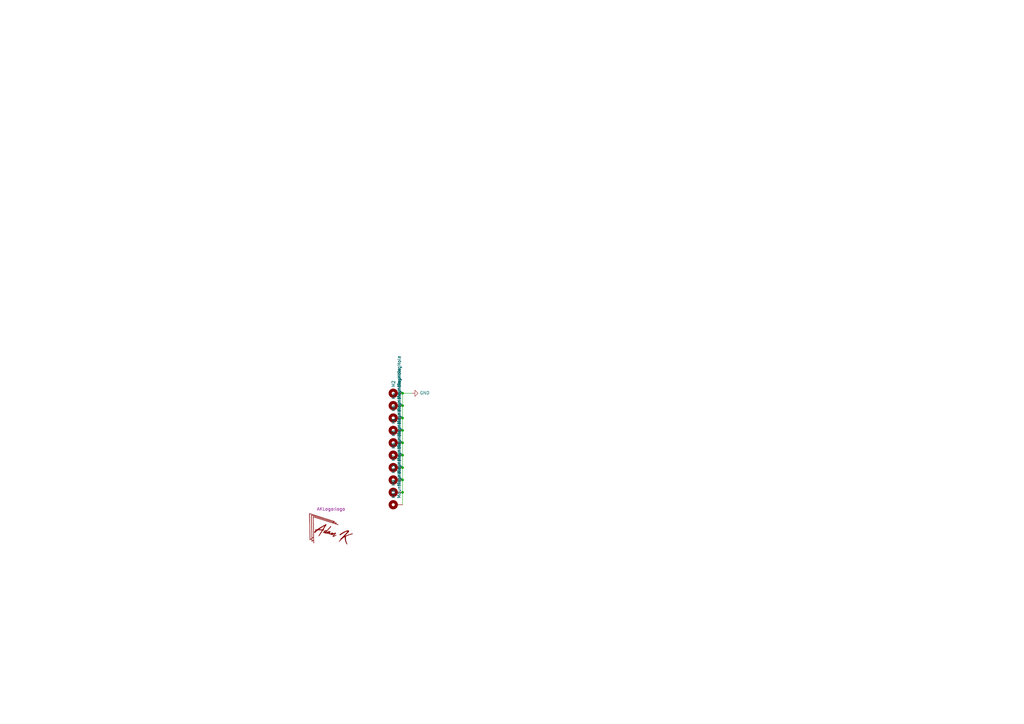
<source format=kicad_sch>
(kicad_sch (version 20211123) (generator eeschema)
  (paper "A3")
  (lib_symbols
    (symbol "Mechanical:MountingHole_Pad" (pin_numbers hide) (pin_names (offset 1.016) hide)
      (property "Reference" "H" (at 0 6.35 0))
      (property "Value" "MountingHole_Pad" (at 0 4.445 0))
      (symbol "MountingHole_Pad_0_1"
        (circle (center 0 1.27) (radius 1.27) (stroke (width 1.27)))
      )
      (symbol "MountingHole_Pad_1_1"
        (pin input line (at 0 -2.54 90) (length 2.54) (name "1") (number "1"))
      )
    )
    (symbol "logo:LOGO" (pin_names (offset 1.016))
      (symbol "LOGO_0_0"
        (polyline (pts (xy -4.9784 -2.6162) (xy -4.8768 -2.4638) (xy -4.7498 -2.286) (xy -4.5974 -2.032) (xy -4.3942 -1.7526) (xy -4.1656 -1.397) (xy -3.8862 -0.9652) (xy -3.7592 -0.7874) (xy -3.6576 -0.6096) (xy -3.556 -0.4826) (xy -3.4544 -0.3302) (xy -3.4036 -0.3048) (xy -3.302 -0.3048) (xy -3.048 -0.254) (xy -2.9718 -0.2032) (xy -2.921 -0.1778) (xy -2.9718 -0.127) (xy -3.0734 -0.1016) (xy -3.0988 -0.0762) (xy -3.175 -0.0508) (xy -3.2258 0) (xy -3.2004 0.0508) (xy -3.1242 0.1778) (xy -3.0226 0.3556) (xy -2.8956 0.5588) (xy -2.7432 0.8382) (xy -2.54 1.143) (xy -2.3114 1.4986) (xy -2.286 1.524) (xy -2.159 1.7272) (xy -2.0828 1.8796) (xy -2.0574 1.9812) (xy -2.0828 2.0574) (xy -2.1336 2.1082) (xy -2.1844 2.1082) (xy -2.2606 2.1336) (xy -2.3368 2.1082) (xy -2.4638 2.0066) (xy -2.5654 1.9304) (xy -2.7178 1.8288) (xy -2.8702 1.7526) (xy -3.0226 1.7018) (xy -3.302 1.5494) (xy -3.6322 1.3716) (xy -4.3434 0.9652) (xy -4.7244 0.7366) (xy -5.0546 0.5334) (xy -5.3848 0.3048) (xy -5.4864 0.2286) (xy -5.6642 0.127) (xy -5.715 0.1016) (xy -5.0038 0.1016) (xy -4.953 0.1524) (xy -4.8514 0.2286) (xy -4.7244 0.3302) (xy -4.5466 0.4318) (xy -4.3942 0.5588) (xy -4.191 0.6858) (xy -4.0386 0.7874) (xy -3.8608 0.889) (xy -3.7338 0.9652) (xy -3.7084 0.9906) (xy -3.556 1.0668) (xy -3.4036 1.1684) (xy -3.2766 1.2446) (xy -3.0734 1.3716) (xy -2.921 1.4478) (xy -2.794 1.4986) (xy -2.7432 1.4986) (xy -2.7178 1.4732) (xy -2.7686 1.397) (xy -2.794 1.3716) (xy -2.8448 1.27) (xy -2.8956 1.143) (xy -3.0988 0.7874) (xy -3.1496 0.6858) (xy -3.3528 0.3302) (xy -3.429 0.2032) (xy -3.4798 0.127) (xy -3.5814 0) (xy -4.2672 0) (xy -4.5212 0.0254) (xy -4.7244 0.0508) (xy -4.8768 0.0508) (xy -4.9784 0.0762) (xy -5.0038 0.1016) (xy -5.715 0.1016) (xy -5.7912 0.0762) (xy -5.8928 0.0254) (xy -6.0198 0) (xy -6.1722 -0.0254) (xy -6.2484 -0.0254) (xy -6.4262 -0.0762) (xy -6.5532 -0.1016) (xy -6.6294 -0.1524) (xy -6.6548 -0.2286) (xy -6.604 -0.3048) (xy -6.5278 -0.3556) (xy -6.3754 -0.4318) (xy -6.7056 -0.7366) (xy -6.731 -0.762) (xy -6.8326 -0.889) (xy -7.0104 -1.0668) (xy -7.0358 -1.1176) (xy -7.0104 -1.1684) (xy -6.9342 -1.2446) (xy -6.8326 -1.2954) (xy -6.7564 -1.3208) (xy -6.731 -1.2954) (xy -6.6548 -1.27) (xy -6.5532 -1.1938) (xy -6.4008 -1.0668) (xy -5.8928 -0.5588) (xy -5.7404 -0.4572) (xy -5.6388 -0.3556) (xy -5.5372 -0.3048) (xy -5.334 -0.254) (xy -5.1816 -0.254) (xy -5.1308 -0.2286) (xy -4.572 -0.2286) (xy -4.3688 -0.254) (xy -4.1656 -0.254) (xy -4.0132 -0.2794) (xy -3.8862 -0.2794) (xy -3.8354 -0.3048) (xy -3.8354 -0.3556) (xy -4.064 -0.8128) (xy -4.191 -1.016) (xy -4.3688 -1.27) (xy -4.7244 -1.8034) (xy -4.9022 -2.0828) (xy -5.0292 -2.3114) (xy -5.1054 -2.5146) (xy -5.1562 -2.6416) (xy -5.1816 -2.7178) (xy -5.1562 -2.7432) (xy -5.1054 -2.7432) (xy -4.9784 -2.6162)) (stroke (width 0.0254)) (fill (type outline)))
        (polyline (pts (xy 6.5024 -6.0706) (xy 6.5024 -5.9944) (xy 6.477 -5.9182) (xy 6.4262 -5.7912) (xy 6.3754 -5.6134) (xy 6.2992 -5.4356) (xy 6.2738 -5.4102) (xy 6.1722 -5.1308) (xy 6.096 -4.9022) (xy 5.9944 -4.445) (xy 5.969 -4.191) (xy 5.969 -3.9116) (xy 5.9436 -3.5814) (xy 5.9436 -2.8448) (xy 6.2738 -2.6924) (xy 6.4008 -2.6162) (xy 6.6802 -2.4892) (xy 7.5184 -2.1844) (xy 7.747 -2.1336) (xy 7.8994 -2.0828) (xy 8.1026 -2.032) (xy 8.2804 -1.9812) (xy 8.3058 -1.9558) (xy 8.4582 -1.905) (xy 8.5852 -1.8542) (xy 8.6614 -1.8288) (xy 8.763 -1.8034) (xy 8.7884 -1.7526) (xy 8.7376 -1.6764) (xy 8.7122 -1.6764) (xy 8.6614 -1.651) (xy 8.5598 -1.6764) (xy 8.4074 -1.7018) (xy 8.255 -1.7526) (xy 8.0772 -1.8034) (xy 7.9248 -1.8542) (xy 7.874 -1.8796) (xy 7.7216 -1.9304) (xy 7.5184 -1.9812) (xy 7.2644 -2.0828) (xy 7.0104 -2.159) (xy 6.731 -2.2606) (xy 6.477 -2.3622) (xy 6.223 -2.4384) (xy 5.9944 -2.54) (xy 5.8166 -2.6162) (xy 5.6896 -2.6416) (xy 5.6134 -2.667) (xy 5.5626 -2.667) (xy 5.6134 -2.5908) (xy 5.6896 -2.4892) (xy 5.7912 -2.3622) (xy 5.9436 -2.1844) (xy 6.3246 -1.8034) (xy 6.5278 -1.5748) (xy 6.9342 -1.1684) (xy 7.0866 -0.9906) (xy 7.1882 -0.8382) (xy 7.239 -0.7112) (xy 7.2644 -0.6096) (xy 7.2136 -0.5334) (xy 7.112 -0.4318) (xy 7.0358 -0.381) (xy 6.8326 -0.381) (xy 6.6802 -0.4064) (xy 6.3754 -0.4826) (xy 6.0452 -0.5842) (xy 5.6642 -0.7366) (xy 5.2832 -0.9144) (xy 4.8768 -1.1176) (xy 4.4704 -1.3462) (xy 4.064 -1.6002) (xy 4.0132 -1.651) (xy 3.7846 -1.8034) (xy 3.6068 -1.905) (xy 3.4798 -2.0066) (xy 3.429 -2.0828) (xy 3.3782 -2.1336) (xy 3.429 -2.2352) (xy 3.5052 -2.286) (xy 3.5306 -2.286) (xy 3.5814 -2.3114) (xy 3.6322 -2.3114) (xy 3.7084 -2.286) (xy 3.7846 -2.2352) (xy 3.9116 -2.159) (xy 4.0894 -2.032) (xy 4.318 -1.8542) (xy 4.699 -1.6002) (xy 5.08 -1.3716) (xy 5.461 -1.1684) (xy 5.8166 -0.9906) (xy 6.1468 -0.8636) (xy 6.223 -0.8382) (xy 6.3754 -0.8128) (xy 6.477 -0.7874) (xy 6.5786 -0.7874) (xy 6.5786 -0.8636) (xy 6.5278 -0.9398) (xy 6.5278 -0.9652) (xy 6.477 -1.0668) (xy 6.2738 -1.3208) (xy 6.1468 -1.4478) (xy 6.0452 -1.6002) (xy 5.9436 -1.7272) (xy 5.6896 -1.9812) (xy 5.5372 -2.159) (xy 5.334 -2.3622) (xy 5.1308 -2.5908) (xy 4.9276 -2.794) (xy 4.699 -2.9972) (xy 4.5212 -3.2004) (xy 4.3434 -3.3528) (xy 4.191 -3.4798) (xy 4.0894 -3.556) (xy 3.9624 -3.683) (xy 3.8608 -3.7592) (xy 3.81 -3.8354) (xy 3.7846 -3.9116) (xy 3.81 -3.9624) (xy 3.7846 -3.9878) (xy 3.7592 -4.0894) (xy 3.6576 -4.2418) (xy 3.5052 -4.445) (xy 3.4798 -4.4704) (xy 3.3528 -4.6482) (xy 3.2766 -4.7752) (xy 3.2004 -4.8768) (xy 3.1496 -4.9276) (xy 3.1496 -4.953) (xy 3.1242 -5.0038) (xy 3.1496 -5.0292) (xy 3.2004 -5.0038) (xy 4.2164 -3.9878) (xy 4.3688 -3.8608) (xy 4.4958 -3.7338) (xy 4.5974 -3.6576) (xy 4.7244 -3.556) (xy 4.8514 -3.4798) (xy 5.2324 -3.2258) (xy 5.4864 -3.0988) (xy 5.5626 -3.0988) (xy 5.588 -3.1496) (xy 5.588 -3.5814) (xy 5.6134 -3.937) (xy 5.6388 -4.2672) (xy 5.715 -4.5974) (xy 5.842 -4.953) (xy 5.9182 -5.1816) (xy 6.0198 -5.4356) (xy 6.223 -5.842) (xy 6.3246 -5.969) (xy 6.4516 -6.096) (xy 6.5024 -6.0706)) (stroke (width 0.0254)) (fill (type outline)))
        (polyline (pts (xy 0.8636 -2.9464) (xy 0.9906 -2.921) (xy 1.1176 -2.8448) (xy 1.4732 -2.6924) (xy 1.651 -2.5908) (xy 1.8034 -2.4892) (xy 1.9304 -2.413) (xy 2.032 -2.3622) (xy 2.0574 -2.3114) (xy 2.0574 -2.2606) (xy 2.0066 -2.2606) (xy 1.905 -2.286) (xy 1.778 -2.3368) (xy 1.5748 -2.413) (xy 1.4224 -2.4892) (xy 1.2446 -2.5654) (xy 1.143 -2.6162) (xy 1.0414 -2.6416) (xy 0.9652 -2.6416) (xy 0.9906 -2.5908) (xy 1.0414 -2.5146) (xy 1.143 -2.3876) (xy 1.27 -2.2606) (xy 1.3462 -2.159) (xy 1.524 -1.9558) (xy 1.651 -1.8034) (xy 1.778 -1.6764) (xy 1.8288 -1.5748) (xy 1.8796 -1.4986) (xy 1.8796 -1.4224) (xy 1.8542 -1.397) (xy 1.8034 -1.3716) (xy 1.6256 -1.3716) (xy 1.4478 -1.4224) (xy 1.2192 -1.524) (xy 1.1938 -1.5494) (xy 1.0668 -1.6002) (xy 0.9906 -1.6256) (xy 0.9652 -1.6256) (xy 0.9398 -1.6002) (xy 0.9398 -1.5748) (xy 0.889 -1.4986) (xy 0.8128 -1.4478) (xy 0.6858 -1.4478) (xy 0.5588 -1.4732) (xy 0.4826 -1.4732) (xy 0.4826 -1.397) (xy 0.4572 -1.3208) (xy 0.4064 -1.27) (xy 0.4064 -1.2446) (xy 0.3048 -1.27) (xy 0.1524 -1.4224) (xy 0.127 -1.4732) (xy 0.0508 -1.4986) (xy 0 -1.4986) (xy -0.1016 -1.524) (xy -0.2286 -1.5494) (xy -0.635 -1.651) (xy -0.8128 -1.651) (xy -0.7874 -1.6256) (xy -0.762 -1.5494) (xy -0.6858 -1.4478) (xy -0.5842 -1.3208) (xy -0.508 -1.1938) (xy -0.3556 -0.9652) (xy -0.381 -0.889) (xy -0.4318 -0.8128) (xy -0.508 -0.762) (xy -0.5334 -0.762) (xy -0.7112 -0.7112) (xy -0.9144 -0.7112) (xy -1.143 -0.762) (xy -1.4224 -0.889) (xy -1.4478 -0.9144) (xy -1.6256 -1.016) (xy -1.8034 -1.0922) (xy -1.9812 -1.1938) (xy -2.1336 -1.2446) (xy -2.286 -1.3208) (xy -2.3114 -1.2954) (xy -2.3114 -1.27) (xy -2.159 -1.1176) (xy -2.032 -0.9652) (xy -1.8542 -0.7874) (xy -1.6764 -0.5842) (xy -1.27 -0.127) (xy -1.0922 0.0762) (xy -1.016 0.1524) (xy -0.8382 0.3556) (xy -0.6604 0.5334) (xy -0.508 0.7112) (xy -0.381 0.8382) (xy -0.2794 0.9652) (xy -0.127 1.1684) (xy -0.1016 1.2192) (xy -0.1016 1.27) (xy -0.1524 1.27) (xy -0.2286 1.2954) (xy -0.3302 1.3208) (xy -0.381 1.2954) (xy -0.4064 1.2192) (xy -0.4572 1.143) (xy -0.5334 1.0414) (xy -0.6604 0.9144) (xy -0.762 0.7874) (xy -0.9144 0.6096) (xy -1.0922 0.4318) (xy -1.2446 0.2286) (xy -1.4224 0.0508) (xy -1.4224 0.0254) (xy -1.5748 -0.1524) (xy -1.8542 -0.4318) (xy -1.905 -0.4572) (xy -1.9304 -0.4572) (xy -2.032 -0.4064) (xy -2.2606 -0.3302) (xy -2.4638 -0.381) (xy -2.6416 -0.4826) (xy -2.8702 -0.635) (xy -3.175 -1.016) (xy -3.2258 -1.143) (xy -2.921 -1.143) (xy -2.8956 -1.0922) (xy -2.8448 -1.016) (xy -2.6416 -0.8128) (xy -2.3876 -0.6096) (xy -2.3114 -0.5588) (xy -2.2352 -0.5334) (xy -2.2098 -0.5334) (xy -2.2098 -0.6096) (xy -2.2352 -0.7366) (xy -2.4638 -0.9652) (xy -2.6162 -1.0668) (xy -2.7686 -1.143) (xy -2.8702 -1.1684) (xy -2.921 -1.143) (xy -3.2258 -1.143) (xy -3.2512 -1.2192) (xy -3.2258 -1.27) (xy -3.175 -1.3462) (xy -1.5748 -1.3462) (xy -1.5748 -1.3208) (xy -1.524 -1.27) (xy -1.4224 -1.1938) (xy -1.2446 -1.0668) (xy -0.889 -0.889) (xy -0.6604 -0.889) (xy -0.7366 -0.9652) (xy -0.8382 -1.0414) (xy -0.9906 -1.1176) (xy -1.143 -1.1684) (xy -1.2192 -1.2192) (xy -1.397 -1.2954) (xy -1.524 -1.3462) (xy -1.5748 -1.3462) (xy -3.175 -1.3462) (xy -3.1496 -1.3716) (xy -3.0988 -1.397) (xy -3.0226 -1.4224) (xy -2.8956 -1.397) (xy -2.7178 -1.397) (xy -2.5908 -1.524) (xy -2.54 -1.5494) (xy -2.4892 -1.6002) (xy -2.413 -1.6256) (xy -2.3114 -1.6256) (xy -2.2098 -1.5748) (xy -2.1082 -1.5494) (xy -2.0574 -1.524) (xy -2.0066 -1.524) (xy -1.9304 -1.5748) (xy -1.8796 -1.6256) (xy -1.8034 -1.6764) (xy -1.6764 -1.6764) (xy -1.5494 -1.651) (xy -1.3716 -1.6002) (xy -1.143 -1.4986) (xy -1.0922 -1.4986) (xy -1.1176 -1.524) (xy -1.143 -1.6002) (xy -1.143 -1.7526) (xy -1.0668 -1.8288) (xy -0.9398 -1.8796) (xy -0.7874 -1.905) (xy -0.5842 -1.8796) (xy -0.381 -1.8288) (xy -0.2794 -1.778) (xy -0.2032 -1.7526) (xy -0.1524 -1.7526) (xy -0.1778 -1.8034) (xy -0.254 -1.8542) (xy -0.3302 -1.9812) (xy -0.3556 -2.0828) (xy -0.3048 -2.1844) (xy -0.2794 -2.2098) (xy -0.254 -2.2098) (xy -0.2032 -2.1844) (xy -0.127 -2.1336) (xy -0.0254 -2.032) (xy 0 -2.032) (xy 0.127 -1.9304) (xy 0.2032 -1.8542) (xy 0.254 -1.8542) (xy 0.254 -1.905) (xy 0.2032 -2.0066) (xy 0.1524 -2.159) (xy 0.1778 -2.2098) (xy 0.254 -2.286) (xy 0.3556 -2.2606) (xy 0.4572 -2.2098) (xy 0.635 -2.1082) (xy 0.6858 -2.0828) (xy 0.8382 -1.9812) (xy 1.016 -1.8796) (xy 1.27 -1.7272) (xy 1.3716 -1.7018) (xy 1.4224 -1.7018) (xy 1.397 -1.7272) (xy 1.3462 -1.8288) (xy 1.2446 -1.9558) (xy 1.0922 -2.1082) (xy 0.9144 -2.3114) (xy 0.762 -2.4638) (xy 0.6858 -2.5654) (xy 0.6096 -2.6416) (xy 0.5842 -2.7178) (xy 0.5842 -2.7686) (xy 0.6096 -2.8702) (xy 0.635 -2.9464) (xy 0.6858 -2.9718) (xy 0.8128 -2.9718) (xy 0.8636 -2.9464)) (stroke (width 0.0254)) (fill (type outline)))
        (polyline (pts (xy -7.112 -5.5626) (xy -7.112 -4.8768) (xy -7.1374 -4.5974) (xy -7.1374 -3.9116) (xy -7.1628 -3.5306) (xy -7.1628 -2.5654) (xy -7.1882 -2.0066) (xy -7.1882 -1.397) (xy -7.2136 -0.7874) (xy -7.239 -0.127) (xy -7.239 0.5588) (xy -7.2644 1.2192) (xy -7.2644 1.905) (xy -7.2898 2.5908) (xy -7.2898 3.2512) (xy -7.3152 3.8862) (xy -7.3406 5.1054) (xy -7.1882 5.0546) (xy -7.1628 5.0546) (xy -7.112 5.0292) (xy -7.0358 5.0038) (xy -6.9088 4.9784) (xy -6.7564 4.9276) (xy -6.5532 4.8514) (xy -6.2992 4.7752) (xy -6.0198 4.699) (xy -5.6896 4.572) (xy -5.3086 4.4704) (xy -4.8768 4.318) (xy -4.3942 4.1656) (xy -3.8608 4.0132) (xy -3.2766 3.81) (xy -2.6162 3.6068) (xy -1.905 3.3782) (xy -1.143 3.1242) (xy -0.3048 2.8702) (xy 0.1778 2.7178) (xy 0.7112 2.7178) (xy 0.7366 2.7686) (xy 0.8128 2.8194) (xy 0.9144 2.921) (xy 1.4224 2.7686) (xy 1.905 2.5908) (xy 1.778 2.5146) (xy 1.7526 2.4892) (xy 1.6764 2.4384) (xy 1.5494 2.4384) (xy 1.4478 2.4638) (xy 0.8382 2.667) (xy 0.7366 2.6924) (xy 0.7112 2.7178) (xy 0.1778 2.7178) (xy 0.5842 2.5908) (xy 1.5494 2.286) (xy 1.8288 2.1844) (xy 2.1082 2.1082) (xy 2.3368 2.032) (xy 2.54 1.9812) (xy 2.6924 1.9304) (xy 2.8194 1.8796) (xy 2.8956 1.8796) (xy 2.8956 1.9812) (xy 2.7432 2.0574) (xy 2.5908 2.1082) (xy 2.3876 2.159) (xy 2.286 2.2098) (xy 2.1082 2.2606) (xy 1.9812 2.3114) (xy 1.8796 2.3368) (xy 1.8542 2.3622) (xy 1.8542 2.3876) (xy 1.905 2.413) (xy 2.0066 2.4892) (xy 2.0574 2.5146) (xy 2.1336 2.5908) (xy 2.1336 2.667) (xy 2.1082 2.6924) (xy 2.0828 2.6924) (xy 2.032 2.7178) (xy 1.905 2.7686) (xy 1.7526 2.8194) (xy 1.5748 2.8702) (xy 1.0922 3.0226) (xy 1.2446 3.1496) (xy 1.2446 3.175) (xy 1.3462 3.2512) (xy 1.3716 3.2766) (xy 1.3462 3.3274) (xy 1.2954 3.3274) (xy 1.1938 3.3782) (xy 1.0414 3.429) (xy 0.8382 3.5052) (xy 0.5842 3.5814) (xy 0.3048 3.6576) (xy 0.0254 3.7592) (xy -0.0254 3.7846) (xy -0.3048 3.8608) (xy -0.635 3.9624) (xy -1.016 4.0894) (xy -1.4224 4.2164) (xy -1.8796 4.3688) (xy -2.3368 4.4958) (xy -3.7084 4.953) (xy -4.2418 5.1054) (xy -4.9022 5.334) (xy -5.5118 5.5118) (xy -6.0452 5.6896) (xy -6.5278 5.842) (xy -6.9342 5.969) (xy -7.3152 6.096) (xy -7.6454 6.1976) (xy -7.9248 6.2992) (xy -8.1788 6.3754) (xy -8.382 6.4262) (xy -8.6868 6.5278) (xy -8.7884 6.5532) (xy -8.9408 6.604) (xy -9.0424 6.604) (xy -9.0424 6.0198) (xy -8.89 6.0198) (xy -8.89 6.1976) (xy -8.8646 6.3246) (xy -8.8646 6.4262) (xy -8.8138 6.4008) (xy -8.6868 6.3754) (xy -8.509 6.3246) (xy -7.9756 6.1468) (xy -7.5946 6.0452) (xy -7.1882 5.8928) (xy -6.7056 5.7404) (xy -6.1468 5.5626) (xy -5.5626 5.3848) (xy -5.5372 5.3594) (xy -5.2578 5.2832) (xy -4.953 5.1816) (xy -4.5974 5.08) (xy -4.2418 4.953) (xy -3.8862 4.8514) (xy -3.556 4.7498) (xy -3.4798 4.7244) (xy -2.8194 4.5212) (xy -2.2098 4.318) (xy -1.9558 4.2418) (xy -1.5494 4.0894) (xy -1.27 4.0132) (xy -0.6604 3.81) (xy -0.3302 3.7084) (xy -0.0254 3.6322) (xy 0.0762 3.5814) (xy 0.3556 3.5052) (xy 0.5842 3.429) (xy 0.762 3.3528) (xy 0.9144 3.302) (xy 1.016 3.2766) (xy 1.0668 3.2512) (xy 1.0414 3.2258) (xy 0.9906 3.1496) (xy 0.889 3.0734) (xy -0.635 3.556) (xy -0.9906 3.683) (xy -1.4224 3.81) (xy -2.8702 4.2672) (xy -3.302 4.4196) (xy -3.7084 4.5466) (xy -3.7592 4.572) (xy -4.1402 4.6736) (xy -4.5466 4.826) (xy -5.4102 5.08) (xy -6.477 5.4356) (xy -6.6802 5.4864) (xy -6.9596 5.588) (xy -7.239 5.6642) (xy -7.4676 5.7404) (xy -7.6708 5.8166) (xy -7.8486 5.8674) (xy -7.9502 5.8928) (xy -7.9756 5.8928) (xy -8.1026 5.9436) (xy -8.2042 5.969) (xy -8.2296 5.9436) (xy -8.2296 5.8928) (xy -8.255 5.7912) (xy -8.128 5.7912) (xy -8.0264 5.7658) (xy -8.001 5.7658) (xy -7.7724 5.6896) (xy -7.5692 5.6134) (xy -7.3152 5.5372) (xy -7.0358 5.461) (xy -6.6802 5.334) (xy -6.3246 5.2324) (xy -5.9182 5.1054) (xy -5.4864 4.953) (xy -5.0546 4.826) (xy -4.3942 4.6228) (xy -3.683 4.3942) (xy -3.0226 4.1656) (xy -2.4384 3.9878) (xy -1.905 3.81) (xy -1.4224 3.6576) (xy -1.016 3.5306) (xy -0.6604 3.429) (xy -0.3302 3.3274) (xy -0.0762 3.2512) (xy 0.127 3.175) (xy 0.2794 3.1242) (xy 0.4064 3.0988) (xy 0.4572 3.0734) (xy 0.5842 3.0226) (xy 0.6604 2.9972) (xy 0.6858 2.9718) (xy 0.6604 2.921) (xy 0.5842 2.8702) (xy 0.4826 2.7686) (xy -0.8128 3.2004) (xy -1.1938 3.302) (xy -1.9558 3.556) (xy -2.3368 3.6576) (xy -2.6416 3.7592) (xy -2.667 3.7846) (xy -2.8956 3.8608) (xy -3.2004 3.937) (xy -3.556 4.064) (xy -3.9116 4.1656) (xy -4.318 4.2926) (xy -4.7244 4.445) (xy -5.5372 4.699) (xy -5.7404 4.7498) (xy -6.096 4.8768) (xy -6.4262 4.9784) (xy -6.7056 5.0546) (xy -6.9596 5.1308) (xy -7.1628 5.1816) (xy -7.3406 5.2324) (xy -7.4422 5.2578) (xy -7.4676 5.2832) (xy -7.493 5.2324) (xy -7.493 4.4958) (xy -7.4676 4.2926) (xy -7.4676 3.7084) (xy -7.4422 3.3782) (xy -7.4422 2.5654) (xy -7.4168 2.1336) (xy -7.4168 1.1938) (xy -7.3914 0.7366) (xy -7.3914 0.2794) (xy -7.366 -0.1778) (xy -7.366 -1.0414) (xy -7.3406 -1.4478) (xy -7.3406 -2.6162) (xy -7.3152 -2.7686) (xy -7.3152 -2.8702) (xy -7.3406 -2.9718) (xy -7.3406 -3.048) (xy -7.493 -3.2004) (xy -7.62 -3.2766) (xy -7.747 -3.3782) (xy -7.8994 -3.4798) (xy -7.9248 -2.413) (xy -7.9248 -1.9304) (xy -7.9502 -1.5494) (xy -7.9502 -0.7366) (xy -7.9756 -0.3302) (xy -7.9756 0.2794) (xy -8.001 0.6604) (xy -8.001 1.524) (xy -8.0264 1.9812) (xy -8.0264 2.4384) (xy -8.0518 2.8956) (xy -8.0518 3.8354) (xy -8.0772 4.2164) (xy -8.0772 5.08) (xy -8.1026 5.3086) (xy -8.1026 5.5372) (xy -8.128 5.7912) (xy -8.255 5.7912) (xy -8.255 5.6134) (xy -8.2296 5.3848) (xy -8.2296 4.064) (xy -8.2042 3.683) (xy -8.2042 3.0988) (xy -8.1788 2.413) (xy -8.1788 1.778) (xy -8.1534 1.143) (xy -8.1534 0.5334) (xy -8.128 -0.0508) (xy -8.128 -0.6096) (xy -8.1026 -1.143) (xy -8.1026 -1.6002) (xy -8.0772 -2.0574) (xy -8.0772 -3.0734) (xy -8.0518 -3.302) (xy -8.0518 -3.6068) (xy -8.128 -3.683) (xy -7.9248 -3.683) (xy -7.62 -3.4798) (xy -7.3406 -3.2766) (xy -7.3152 -3.4544) (xy -7.3152 -3.6068) (xy -7.2898 -3.7592) (xy -7.2898 -4.2672) (xy -7.5692 -4.4704) (xy -7.62 -4.5212) (xy -7.8232 -4.6736) (xy -7.8486 -4.699) (xy -7.8486 -4.6736) (xy -7.874 -4.6228) (xy -7.874 -4.2164) (xy -7.8994 -4.0386) (xy -7.9248 -3.683) (xy -8.128 -3.683) (xy -8.2296 -3.7592) (xy -8.3566 -3.8354) (xy -8.6614 -4.064) (xy -8.6868 -3.0226) (xy -8.6868 -2.3876) (xy -8.7122 -2.0574) (xy -8.7122 -1.2192) (xy -8.7376 -0.762) (xy -8.7376 -0.2794) (xy -8.763 0.2286) (xy -8.763 1.2192) (xy -8.7884 1.4986) (xy -8.7884 2.0066) (xy -8.8138 2.5146) (xy -8.8138 3.4544) (xy -8.8392 3.9116) (xy -8.8392 4.6736) (xy -8.8646 4.9784) (xy -8.8646 5.7912) (xy -8.89 6.0198) (xy -9.0424 6.0198) (xy -9.0424 5.8166) (xy -9.017 5.5372) (xy -9.017 4.9276) (xy -8.9916 4.572) (xy -8.9916 3.7338) (xy -8.9662 3.302) (xy -8.9662 2.8194) (xy -8.9408 2.3622) (xy -8.9408 1.905) (xy -8.9154 1.3462) (xy -8.9154 0.5842) (xy -8.89 -0.1016) (xy -8.89 -0.7112) (xy -8.8646 -1.27) (xy -8.8646 -1.778) (xy -8.8392 -2.2098) (xy -8.8392 -2.9464) (xy -8.8138 -3.2258) (xy -8.8138 -4.0132) (xy -8.7884 -4.1148) (xy -8.7884 -4.2926) (xy -8.7376 -4.2926) (xy -8.6614 -4.2418) (xy -8.5344 -4.1656) (xy -8.4074 -4.064) (xy -8.0772 -3.81) (xy -8.0518 -4.2164) (xy -8.0264 -4.3688) (xy -8.0264 -4.8006) (xy -8.001 -4.9022) (xy -7.9756 -4.953) (xy -7.9248 -4.9276) (xy -7.8486 -4.8768) (xy -7.747 -4.8006) (xy -7.5946 -4.699) (xy -7.2898 -4.4704) (xy -7.2644 -5.0546) (xy -7.2644 -5.2832) (xy -7.239 -5.461) (xy -7.239 -5.5626) (xy -7.2136 -5.6134) (xy -7.1882 -5.6388) (xy -7.112 -5.5626)) (stroke (width 0.0254)) (fill (type outline)))
      )
    )
    (symbol "power:GND" (power) (pin_names (offset 0))
      (property "Value" "GND" (at 0 -3.81 0))
      (symbol "GND_0_1"
        (polyline (pts (xy 0 0) (xy 0 -1.27) (xy 1.27 -1.27) (xy 0 -2.54) (xy -1.27 -1.27) (xy 0 -1.27)))
      )
      (symbol "GND_1_1"
        (pin power_in line (at 0 0 270) (length 0) hide (name "GND") (number "1"))
      )
    )
  )
  (junction (at 165.1 166.37))
  (junction (at 165.1 196.85))
  (junction (at 165.1 176.53))
  (junction (at 165.1 171.45))
  (junction (at 165.1 161.29))
  (junction (at 165.1 186.69))
  (junction (at 165.1 181.61))
  (junction (at 165.1 201.93))
  (junction (at 165.1 191.77))
  (wire (pts (xy 165.1 191.77) (xy 165.1 186.69)))
  (wire (pts (xy 165.1 161.29) (xy 168.91 161.29)))
  (wire (pts (xy 165.1 166.37) (xy 165.1 161.29)))
  (wire (pts (xy 165.1 186.69) (xy 165.1 181.61)))
  (wire (pts (xy 165.1 176.53) (xy 165.1 171.45)))
  (wire (pts (xy 165.1 171.45) (xy 165.1 166.37)))
  (wire (pts (xy 165.1 196.85) (xy 165.1 191.77)))
  (wire (pts (xy 165.1 201.93) (xy 165.1 196.85)))
  (wire (pts (xy 165.1 207.01) (xy 165.1 201.93)))
  (wire (pts (xy 165.1 181.61) (xy 165.1 176.53)))
  (symbol (lib_id "logo:LOGO") (at 135.89 217.17 0) (unit 1)
    (property "Reference" "#G1" (effects hide))
    (property "Value" "LOGO" (effects hide))
    (property "Footprint" "AKLogo:logo" (at 135.763 208.7626 0))
  )
  (symbol (lib_id "Mechanical:MountingHole_Pad") (at 162.56 176.53 90) (unit 1)
    (property "Reference" "H1" (at 161.3916 173.99 0) (effects (justify left)))
    (property "Value" "MountingHole" (at 163.703 173.99 0) (effects (justify left)))
    (property "Footprint" "Env_Extras:MountingHole_2.2mm_M2-MODIFIED" (effects hide))
  )
  (symbol (lib_id "Mechanical:MountingHole_Pad") (at 162.56 181.61 90) (unit 1)
    (property "Reference" "H3" (at 161.3916 179.07 0) (effects (justify left)))
    (property "Value" "MountingHole" (at 163.703 179.07 0) (effects (justify left)))
    (property "Footprint" "Env_Extras:MountingHole_2.2mm_M2-MODIFIED" (effects hide))
  )
  (symbol (lib_id "Mechanical:MountingHole_Pad") (at 162.56 186.69 90) (unit 1)
    (property "Reference" "H5" (at 161.3916 184.15 0) (effects (justify left)))
    (property "Value" "MountingHole" (at 163.703 184.15 0) (effects (justify left)))
    (property "Footprint" "Env_Extras:MountingHole_2.2mm_M2-MODIFIED" (effects hide))
  )
  (symbol (lib_id "Mechanical:MountingHole_Pad") (at 162.56 191.77 90) (unit 1)
    (property "Reference" "H7" (at 161.3916 189.23 0) (effects (justify left)))
    (property "Value" "MountingHole" (at 163.703 189.23 0) (effects (justify left)))
    (property "Footprint" "Env_Extras:MountingHole_2.2mm_M2-MODIFIED" (effects hide))
  )
  (symbol (lib_id "Mechanical:MountingHole_Pad") (at 162.56 201.93 90) (unit 1)
    (property "Reference" "H9" (at 161.3916 199.39 0) (effects (justify left)))
    (property "Value" "MountingHole" (at 163.703 199.39 0) (effects (justify left)))
    (property "Footprint" "Env_Extras:MountingHole_2.2mm_M2-MODIFIED" (effects hide))
  )
  (symbol (lib_id "Mechanical:MountingHole_Pad") (at 162.56 207.01 90) (unit 1)
    (property "Reference" "H10" (at 161.3916 204.47 0) (effects (justify left)))
    (property "Value" "MountingHole" (at 163.703 204.47 0) (effects (justify left)))
    (property "Footprint" "Env_Extras:MountingHole_2.2mm_M2-MODIFIED" (effects hide))
  )
  (symbol (lib_id "Mechanical:MountingHole_Pad") (at 162.56 161.29 90) (unit 1)
    (property "Reference" "H2" (at 161.3916 158.75 0) (effects (justify left)))
    (property "Value" "MountingHole" (at 163.703 158.75 0) (effects (justify left)))
    (property "Footprint" "Env_Extras:MountingHole_2.2mm_M2-MODIFIED" (effects hide))
  )
  (symbol (lib_id "Mechanical:MountingHole_Pad") (at 162.56 166.37 90) (unit 1)
    (property "Reference" "H4" (at 161.3916 163.83 0) (effects (justify left)))
    (property "Value" "MountingHole" (at 163.703 163.83 0) (effects (justify left)))
    (property "Footprint" "Env_Extras:MountingHole_2.2mm_M2-MODIFIED" (effects hide))
  )
  (symbol (lib_id "Mechanical:MountingHole_Pad") (at 162.56 171.45 90) (unit 1)
    (property "Reference" "H6" (at 161.3916 168.91 0) (effects (justify left)))
    (property "Value" "MountingHole" (at 163.703 168.91 0) (effects (justify left)))
    (property "Footprint" "Env_Extras:MountingHole_2.2mm_M2-MODIFIED" (effects hide))
  )
  (symbol (lib_id "Mechanical:MountingHole_Pad") (at 162.56 196.85 90) (unit 1)
    (property "Reference" "H11" (at 161.3916 194.31 0) (effects (justify left)))
    (property "Value" "MountingHole" (at 163.703 194.31 0) (effects (justify left)))
    (property "Footprint" "Env_Extras:MountingHole_2.2mm_M2-MODIFIED" (effects hide))
  )
  (symbol (lib_id "power:GND") (at 168.91 161.29 90) (unit 1)
    (property "Reference" "#PWR0101" (effects hide))
    (property "Value" "GND" (at 172.1612 161.163 90) (effects (justify right)))
  )
)
</source>
